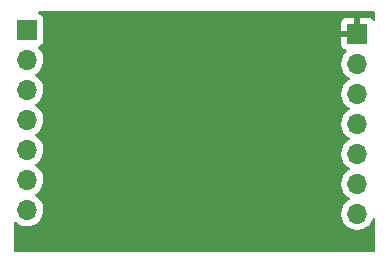
<source format=gbr>
%TF.GenerationSoftware,KiCad,Pcbnew,6.0.5-a6ca702e91~116~ubuntu20.04.1*%
%TF.CreationDate,2022-05-10T07:15:39-05:00*%
%TF.ProjectId,Ra-01_433Mhz_v001,52612d30-315f-4343-9333-4d687a5f7630,rev?*%
%TF.SameCoordinates,Original*%
%TF.FileFunction,Copper,L2,Bot*%
%TF.FilePolarity,Positive*%
%FSLAX46Y46*%
G04 Gerber Fmt 4.6, Leading zero omitted, Abs format (unit mm)*
G04 Created by KiCad (PCBNEW 6.0.5-a6ca702e91~116~ubuntu20.04.1) date 2022-05-10 07:15:39*
%MOMM*%
%LPD*%
G01*
G04 APERTURE LIST*
%TA.AperFunction,ComponentPad*%
%ADD10R,1.700000X1.700000*%
%TD*%
%TA.AperFunction,ComponentPad*%
%ADD11O,1.700000X1.700000*%
%TD*%
%TA.AperFunction,ViaPad*%
%ADD12C,0.800000*%
%TD*%
G04 APERTURE END LIST*
D10*
%TO.P,J1,1,Pin_1*%
%TO.N,VCC*%
X139700000Y-78300000D03*
D11*
%TO.P,J1,2,Pin_2*%
%TO.N,D4*%
X139700000Y-80840000D03*
%TO.P,J1,3,Pin_3*%
%TO.N,D3*%
X139700000Y-83380000D03*
%TO.P,J1,4,Pin_4*%
%TO.N,D13{slash}SCK*%
X139700000Y-85920000D03*
%TO.P,J1,5,Pin_5*%
%TO.N,D12{slash}MISO*%
X139700000Y-88460000D03*
%TO.P,J1,6,Pin_6*%
%TO.N,D2{slash}INT0*%
X139700000Y-91000000D03*
%TO.P,J1,7,Pin_7*%
%TO.N,A5{slash}SCL*%
X139700000Y-93540000D03*
%TD*%
D10*
%TO.P,J2,1,Pin_1*%
%TO.N,GND*%
X167640000Y-78600000D03*
D11*
%TO.P,J2,2,Pin_2*%
%TO.N,D5*%
X167640000Y-81140000D03*
%TO.P,J2,3,Pin_3*%
%TO.N,D7*%
X167640000Y-83680000D03*
%TO.P,J2,4,Pin_4*%
%TO.N,D9*%
X167640000Y-86220000D03*
%TO.P,J2,5,Pin_5*%
%TO.N,D10{slash}SS*%
X167640000Y-88760000D03*
%TO.P,J2,6,Pin_6*%
%TO.N,D11{slash}MOSI*%
X167640000Y-91300000D03*
%TO.P,J2,7,Pin_7*%
%TO.N,D6*%
X167640000Y-93840000D03*
%TD*%
D12*
%TO.N,GND*%
X152220000Y-94970000D03*
X143520000Y-86280000D03*
X151780000Y-79850000D03*
X150720000Y-95000000D03*
X158950000Y-91820000D03*
X160320000Y-91790000D03*
X150390000Y-79890000D03*
X143520000Y-87350000D03*
%TD*%
%TA.AperFunction,Conductor*%
%TO.N,GND*%
G36*
X169113621Y-76728502D02*
G01*
X169160114Y-76782158D01*
X169171500Y-76834500D01*
X169171500Y-77436196D01*
X169151498Y-77504317D01*
X169097842Y-77550810D01*
X169027568Y-77560914D01*
X168962988Y-77531420D01*
X168940372Y-77503388D01*
X168940172Y-77503538D01*
X168935979Y-77497943D01*
X168934980Y-77496705D01*
X168934788Y-77496354D01*
X168858285Y-77394276D01*
X168845724Y-77381715D01*
X168743649Y-77305214D01*
X168728054Y-77296676D01*
X168607606Y-77251522D01*
X168592351Y-77247895D01*
X168541486Y-77242369D01*
X168534672Y-77242000D01*
X167912115Y-77242000D01*
X167896876Y-77246475D01*
X167895671Y-77247865D01*
X167894000Y-77255548D01*
X167894000Y-78728000D01*
X167873998Y-78796121D01*
X167820342Y-78842614D01*
X167768000Y-78854000D01*
X166300116Y-78854000D01*
X166284877Y-78858475D01*
X166283672Y-78859865D01*
X166282001Y-78867548D01*
X166282001Y-79494669D01*
X166282371Y-79501490D01*
X166287895Y-79552352D01*
X166291521Y-79567604D01*
X166336676Y-79688054D01*
X166345214Y-79703649D01*
X166421715Y-79805724D01*
X166434276Y-79818285D01*
X166536351Y-79894786D01*
X166551946Y-79903324D01*
X166660827Y-79944142D01*
X166717591Y-79986784D01*
X166742291Y-80053345D01*
X166727083Y-80122694D01*
X166707691Y-80149175D01*
X166667252Y-80191492D01*
X166580629Y-80282138D01*
X166454743Y-80466680D01*
X166439003Y-80500590D01*
X166384800Y-80617361D01*
X166360688Y-80669305D01*
X166300989Y-80884570D01*
X166277251Y-81106695D01*
X166277548Y-81111848D01*
X166277548Y-81111851D01*
X166278483Y-81128069D01*
X166290110Y-81329715D01*
X166291247Y-81334761D01*
X166291248Y-81334767D01*
X166293882Y-81346453D01*
X166339222Y-81547639D01*
X166354057Y-81584173D01*
X166408923Y-81719292D01*
X166423266Y-81754616D01*
X166463409Y-81820124D01*
X166533645Y-81934738D01*
X166539987Y-81945088D01*
X166686250Y-82113938D01*
X166858126Y-82256632D01*
X166903917Y-82283390D01*
X166931445Y-82299476D01*
X166980169Y-82351114D01*
X166993240Y-82420897D01*
X166966509Y-82486669D01*
X166926055Y-82520027D01*
X166913607Y-82526507D01*
X166909474Y-82529610D01*
X166909471Y-82529612D01*
X166778597Y-82627875D01*
X166734965Y-82660635D01*
X166580629Y-82822138D01*
X166454743Y-83006680D01*
X166439003Y-83040590D01*
X166384800Y-83157361D01*
X166360688Y-83209305D01*
X166300989Y-83424570D01*
X166277251Y-83646695D01*
X166277548Y-83651848D01*
X166277548Y-83651851D01*
X166278483Y-83668069D01*
X166290110Y-83869715D01*
X166291247Y-83874761D01*
X166291248Y-83874767D01*
X166293882Y-83886453D01*
X166339222Y-84087639D01*
X166354057Y-84124173D01*
X166408923Y-84259292D01*
X166423266Y-84294616D01*
X166463409Y-84360124D01*
X166533645Y-84474738D01*
X166539987Y-84485088D01*
X166686250Y-84653938D01*
X166858126Y-84796632D01*
X166903917Y-84823390D01*
X166931445Y-84839476D01*
X166980169Y-84891114D01*
X166993240Y-84960897D01*
X166966509Y-85026669D01*
X166926055Y-85060027D01*
X166913607Y-85066507D01*
X166909474Y-85069610D01*
X166909471Y-85069612D01*
X166778597Y-85167875D01*
X166734965Y-85200635D01*
X166580629Y-85362138D01*
X166454743Y-85546680D01*
X166439003Y-85580590D01*
X166384800Y-85697361D01*
X166360688Y-85749305D01*
X166300989Y-85964570D01*
X166277251Y-86186695D01*
X166277548Y-86191848D01*
X166277548Y-86191851D01*
X166278483Y-86208069D01*
X166290110Y-86409715D01*
X166291247Y-86414761D01*
X166291248Y-86414767D01*
X166293882Y-86426453D01*
X166339222Y-86627639D01*
X166354057Y-86664173D01*
X166408923Y-86799292D01*
X166423266Y-86834616D01*
X166463409Y-86900124D01*
X166533645Y-87014738D01*
X166539987Y-87025088D01*
X166686250Y-87193938D01*
X166858126Y-87336632D01*
X166903917Y-87363390D01*
X166931445Y-87379476D01*
X166980169Y-87431114D01*
X166993240Y-87500897D01*
X166966509Y-87566669D01*
X166926055Y-87600027D01*
X166913607Y-87606507D01*
X166909474Y-87609610D01*
X166909471Y-87609612D01*
X166778597Y-87707875D01*
X166734965Y-87740635D01*
X166580629Y-87902138D01*
X166454743Y-88086680D01*
X166439003Y-88120590D01*
X166384800Y-88237361D01*
X166360688Y-88289305D01*
X166300989Y-88504570D01*
X166277251Y-88726695D01*
X166277548Y-88731848D01*
X166277548Y-88731851D01*
X166278483Y-88748069D01*
X166290110Y-88949715D01*
X166291247Y-88954761D01*
X166291248Y-88954767D01*
X166293882Y-88966453D01*
X166339222Y-89167639D01*
X166354057Y-89204173D01*
X166408923Y-89339292D01*
X166423266Y-89374616D01*
X166463409Y-89440124D01*
X166533645Y-89554738D01*
X166539987Y-89565088D01*
X166686250Y-89733938D01*
X166858126Y-89876632D01*
X166903917Y-89903390D01*
X166931445Y-89919476D01*
X166980169Y-89971114D01*
X166993240Y-90040897D01*
X166966509Y-90106669D01*
X166926055Y-90140027D01*
X166913607Y-90146507D01*
X166909474Y-90149610D01*
X166909471Y-90149612D01*
X166778597Y-90247875D01*
X166734965Y-90280635D01*
X166580629Y-90442138D01*
X166454743Y-90626680D01*
X166439003Y-90660590D01*
X166384800Y-90777361D01*
X166360688Y-90829305D01*
X166300989Y-91044570D01*
X166277251Y-91266695D01*
X166277548Y-91271848D01*
X166277548Y-91271851D01*
X166278483Y-91288069D01*
X166290110Y-91489715D01*
X166291247Y-91494761D01*
X166291248Y-91494767D01*
X166293882Y-91506453D01*
X166339222Y-91707639D01*
X166354057Y-91744173D01*
X166408923Y-91879292D01*
X166423266Y-91914616D01*
X166463409Y-91980124D01*
X166533645Y-92094738D01*
X166539987Y-92105088D01*
X166686250Y-92273938D01*
X166858126Y-92416632D01*
X166903917Y-92443390D01*
X166931445Y-92459476D01*
X166980169Y-92511114D01*
X166993240Y-92580897D01*
X166966509Y-92646669D01*
X166926055Y-92680027D01*
X166913607Y-92686507D01*
X166909474Y-92689610D01*
X166909471Y-92689612D01*
X166778597Y-92787875D01*
X166734965Y-92820635D01*
X166580629Y-92982138D01*
X166454743Y-93166680D01*
X166439003Y-93200590D01*
X166384800Y-93317361D01*
X166360688Y-93369305D01*
X166300989Y-93584570D01*
X166277251Y-93806695D01*
X166277548Y-93811848D01*
X166277548Y-93811851D01*
X166278483Y-93828069D01*
X166290110Y-94029715D01*
X166291247Y-94034761D01*
X166291248Y-94034767D01*
X166293882Y-94046453D01*
X166339222Y-94247639D01*
X166354057Y-94284173D01*
X166408923Y-94419292D01*
X166423266Y-94454616D01*
X166463409Y-94520124D01*
X166533645Y-94634738D01*
X166539987Y-94645088D01*
X166686250Y-94813938D01*
X166858126Y-94956632D01*
X167051000Y-95069338D01*
X167259692Y-95149030D01*
X167264760Y-95150061D01*
X167264763Y-95150062D01*
X167372017Y-95171883D01*
X167478597Y-95193567D01*
X167483772Y-95193757D01*
X167483774Y-95193757D01*
X167696673Y-95201564D01*
X167696677Y-95201564D01*
X167701837Y-95201753D01*
X167706957Y-95201097D01*
X167706959Y-95201097D01*
X167918288Y-95174025D01*
X167918289Y-95174025D01*
X167923416Y-95173368D01*
X167928366Y-95171883D01*
X168132429Y-95110661D01*
X168132434Y-95110659D01*
X168137384Y-95109174D01*
X168337994Y-95010896D01*
X168519860Y-94881173D01*
X168527693Y-94873368D01*
X168674435Y-94727137D01*
X168678096Y-94723489D01*
X168737594Y-94640689D01*
X168805435Y-94546277D01*
X168808453Y-94542077D01*
X168824297Y-94510020D01*
X168905136Y-94346453D01*
X168905137Y-94346451D01*
X168907430Y-94341811D01*
X168924943Y-94284171D01*
X168963882Y-94224808D01*
X169028736Y-94195921D01*
X169098913Y-94206682D01*
X169152131Y-94253675D01*
X169171500Y-94320801D01*
X169171500Y-96965500D01*
X169151498Y-97033621D01*
X169097842Y-97080114D01*
X169045500Y-97091500D01*
X138694500Y-97091500D01*
X138626379Y-97071498D01*
X138579886Y-97017842D01*
X138568500Y-96965500D01*
X138568500Y-94634738D01*
X138588502Y-94566617D01*
X138642158Y-94520124D01*
X138712432Y-94510020D01*
X138774984Y-94537794D01*
X138918126Y-94656632D01*
X139111000Y-94769338D01*
X139319692Y-94849030D01*
X139324760Y-94850061D01*
X139324763Y-94850062D01*
X139432017Y-94871883D01*
X139538597Y-94893567D01*
X139543772Y-94893757D01*
X139543774Y-94893757D01*
X139756673Y-94901564D01*
X139756677Y-94901564D01*
X139761837Y-94901753D01*
X139766957Y-94901097D01*
X139766959Y-94901097D01*
X139978288Y-94874025D01*
X139978289Y-94874025D01*
X139983416Y-94873368D01*
X139988366Y-94871883D01*
X140192429Y-94810661D01*
X140192434Y-94810659D01*
X140197384Y-94809174D01*
X140397994Y-94710896D01*
X140579860Y-94581173D01*
X140738096Y-94423489D01*
X140868453Y-94242077D01*
X140967430Y-94041811D01*
X141032370Y-93828069D01*
X141061529Y-93606590D01*
X141063156Y-93540000D01*
X141044852Y-93317361D01*
X140990431Y-93100702D01*
X140901354Y-92895840D01*
X140780014Y-92708277D01*
X140629670Y-92543051D01*
X140625619Y-92539852D01*
X140625615Y-92539848D01*
X140458414Y-92407800D01*
X140458410Y-92407798D01*
X140454359Y-92404598D01*
X140413053Y-92381796D01*
X140363084Y-92331364D01*
X140348312Y-92261921D01*
X140373428Y-92195516D01*
X140400780Y-92168909D01*
X140444603Y-92137650D01*
X140579860Y-92041173D01*
X140738096Y-91883489D01*
X140868453Y-91702077D01*
X140967430Y-91501811D01*
X141032370Y-91288069D01*
X141061529Y-91066590D01*
X141063156Y-91000000D01*
X141044852Y-90777361D01*
X140990431Y-90560702D01*
X140901354Y-90355840D01*
X140780014Y-90168277D01*
X140629670Y-90003051D01*
X140625619Y-89999852D01*
X140625615Y-89999848D01*
X140458414Y-89867800D01*
X140458410Y-89867798D01*
X140454359Y-89864598D01*
X140413053Y-89841796D01*
X140363084Y-89791364D01*
X140348312Y-89721921D01*
X140373428Y-89655516D01*
X140400780Y-89628909D01*
X140444603Y-89597650D01*
X140579860Y-89501173D01*
X140738096Y-89343489D01*
X140868453Y-89162077D01*
X140967430Y-88961811D01*
X141032370Y-88748069D01*
X141061529Y-88526590D01*
X141063156Y-88460000D01*
X141044852Y-88237361D01*
X140990431Y-88020702D01*
X140901354Y-87815840D01*
X140780014Y-87628277D01*
X140629670Y-87463051D01*
X140625619Y-87459852D01*
X140625615Y-87459848D01*
X140458414Y-87327800D01*
X140458410Y-87327798D01*
X140454359Y-87324598D01*
X140413053Y-87301796D01*
X140363084Y-87251364D01*
X140348312Y-87181921D01*
X140373428Y-87115516D01*
X140400780Y-87088909D01*
X140444603Y-87057650D01*
X140579860Y-86961173D01*
X140738096Y-86803489D01*
X140868453Y-86622077D01*
X140967430Y-86421811D01*
X141032370Y-86208069D01*
X141061529Y-85986590D01*
X141063156Y-85920000D01*
X141044852Y-85697361D01*
X140990431Y-85480702D01*
X140901354Y-85275840D01*
X140780014Y-85088277D01*
X140629670Y-84923051D01*
X140625619Y-84919852D01*
X140625615Y-84919848D01*
X140458414Y-84787800D01*
X140458410Y-84787798D01*
X140454359Y-84784598D01*
X140413053Y-84761796D01*
X140363084Y-84711364D01*
X140348312Y-84641921D01*
X140373428Y-84575516D01*
X140400780Y-84548909D01*
X140444603Y-84517650D01*
X140579860Y-84421173D01*
X140738096Y-84263489D01*
X140868453Y-84082077D01*
X140967430Y-83881811D01*
X141032370Y-83668069D01*
X141061529Y-83446590D01*
X141063156Y-83380000D01*
X141044852Y-83157361D01*
X140990431Y-82940702D01*
X140901354Y-82735840D01*
X140780014Y-82548277D01*
X140629670Y-82383051D01*
X140625619Y-82379852D01*
X140625615Y-82379848D01*
X140458414Y-82247800D01*
X140458410Y-82247798D01*
X140454359Y-82244598D01*
X140413053Y-82221796D01*
X140363084Y-82171364D01*
X140348312Y-82101921D01*
X140373428Y-82035516D01*
X140400780Y-82008909D01*
X140444603Y-81977650D01*
X140579860Y-81881173D01*
X140738096Y-81723489D01*
X140868453Y-81542077D01*
X140967430Y-81341811D01*
X141032370Y-81128069D01*
X141061529Y-80906590D01*
X141063156Y-80840000D01*
X141044852Y-80617361D01*
X140990431Y-80400702D01*
X140901354Y-80195840D01*
X140780014Y-80008277D01*
X140760205Y-79986507D01*
X140632798Y-79846488D01*
X140601746Y-79782642D01*
X140610141Y-79712143D01*
X140655317Y-79657375D01*
X140681761Y-79643706D01*
X140788297Y-79603767D01*
X140796705Y-79600615D01*
X140913261Y-79513261D01*
X141000615Y-79396705D01*
X141051745Y-79260316D01*
X141058500Y-79198134D01*
X141058500Y-78327885D01*
X166282000Y-78327885D01*
X166286475Y-78343124D01*
X166287865Y-78344329D01*
X166295548Y-78346000D01*
X167367885Y-78346000D01*
X167383124Y-78341525D01*
X167384329Y-78340135D01*
X167386000Y-78332452D01*
X167386000Y-77260116D01*
X167381525Y-77244877D01*
X167380135Y-77243672D01*
X167372452Y-77242001D01*
X166745331Y-77242001D01*
X166738510Y-77242371D01*
X166687648Y-77247895D01*
X166672396Y-77251521D01*
X166551946Y-77296676D01*
X166536351Y-77305214D01*
X166434276Y-77381715D01*
X166421715Y-77394276D01*
X166345214Y-77496351D01*
X166336676Y-77511946D01*
X166291522Y-77632394D01*
X166287895Y-77647649D01*
X166282369Y-77698514D01*
X166282000Y-77705328D01*
X166282000Y-78327885D01*
X141058500Y-78327885D01*
X141058500Y-77401866D01*
X141051745Y-77339684D01*
X141000615Y-77203295D01*
X140913261Y-77086739D01*
X140796705Y-76999385D01*
X140788296Y-76996233D01*
X140788295Y-76996232D01*
X140671592Y-76952482D01*
X140614827Y-76909841D01*
X140590127Y-76843279D01*
X140605334Y-76773930D01*
X140655620Y-76723812D01*
X140715821Y-76708500D01*
X169045500Y-76708500D01*
X169113621Y-76728502D01*
G37*
%TD.AperFunction*%
%TD*%
M02*

</source>
